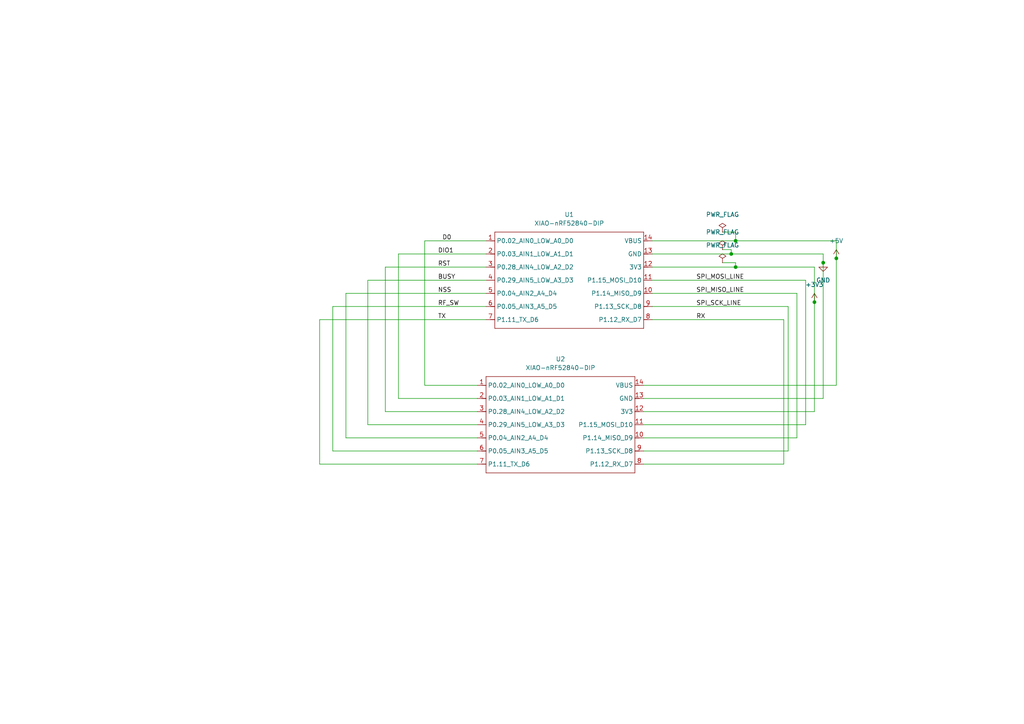
<source format=kicad_sch>
(kicad_sch
	(version 20250114)
	(generator "eeschema")
	(generator_version "9.0")
	(uuid "65674ae5-869f-422a-821a-8fb1b3ee6c60")
	(paper "A4")
	(lib_symbols
		(symbol "Seeed_Studio_XIAO_Series:XIAO-nRF52840-DIP"
			(exclude_from_sim no)
			(in_bom yes)
			(on_board yes)
			(property "Reference" "U"
				(at -3.048 1.778 0)
				(effects
					(font
						(size 1.27 1.27)
					)
				)
			)
			(property "Value" "XIAO-nRF52840-DIP"
				(at 3.048 -0.254 0)
				(effects
					(font
						(size 1.27 1.27)
					)
				)
			)
			(property "Footprint" "Module:MOUDLE14P-XIAO-DIP-SMD"
				(at 12.7 -30.734 0)
				(effects
					(font
						(size 1.27 1.27)
					)
					(hide yes)
				)
			)
			(property "Datasheet" ""
				(at -3.81 2.54 0)
				(effects
					(font
						(size 1.27 1.27)
					)
					(hide yes)
				)
			)
			(property "Description" ""
				(at -3.81 2.54 0)
				(effects
					(font
						(size 1.27 1.27)
					)
					(hide yes)
				)
			)
			(symbol "XIAO-nRF52840-DIP_1_0"
				(polyline
					(pts
						(xy -3.81 -1.27) (xy 39.37 -1.27)
					)
					(stroke
						(width 0.1524)
						(type solid)
					)
					(fill
						(type none)
					)
				)
				(polyline
					(pts
						(xy -3.81 -3.81) (xy -5.08 -3.81)
					)
					(stroke
						(width 0.1524)
						(type solid)
					)
					(fill
						(type none)
					)
				)
				(polyline
					(pts
						(xy -3.81 -3.81) (xy -3.81 -1.27)
					)
					(stroke
						(width 0.1524)
						(type solid)
					)
					(fill
						(type none)
					)
				)
				(polyline
					(pts
						(xy -3.81 -7.62) (xy -5.08 -7.62)
					)
					(stroke
						(width 0.1524)
						(type solid)
					)
					(fill
						(type none)
					)
				)
				(polyline
					(pts
						(xy -3.81 -7.62) (xy -3.81 -3.81)
					)
					(stroke
						(width 0.1524)
						(type solid)
					)
					(fill
						(type none)
					)
				)
				(polyline
					(pts
						(xy -3.81 -11.43) (xy -5.08 -11.43)
					)
					(stroke
						(width 0.1524)
						(type solid)
					)
					(fill
						(type none)
					)
				)
				(polyline
					(pts
						(xy -3.81 -11.43) (xy -3.81 -7.62)
					)
					(stroke
						(width 0.1524)
						(type solid)
					)
					(fill
						(type none)
					)
				)
				(polyline
					(pts
						(xy -3.81 -15.24) (xy -5.08 -15.24)
					)
					(stroke
						(width 0.1524)
						(type solid)
					)
					(fill
						(type none)
					)
				)
				(polyline
					(pts
						(xy -3.81 -15.24) (xy -3.81 -11.43)
					)
					(stroke
						(width 0.1524)
						(type solid)
					)
					(fill
						(type none)
					)
				)
				(polyline
					(pts
						(xy -3.81 -19.05) (xy -5.08 -19.05)
					)
					(stroke
						(width 0.1524)
						(type solid)
					)
					(fill
						(type none)
					)
				)
				(polyline
					(pts
						(xy -3.81 -22.86) (xy -5.08 -22.86)
					)
					(stroke
						(width 0.1524)
						(type solid)
					)
					(fill
						(type none)
					)
				)
				(polyline
					(pts
						(xy -3.81 -26.67) (xy -5.08 -26.67)
					)
					(stroke
						(width 0.1524)
						(type solid)
					)
					(fill
						(type none)
					)
				)
				(polyline
					(pts
						(xy -3.81 -29.21) (xy -3.81 -15.24)
					)
					(stroke
						(width 0.1524)
						(type solid)
					)
					(fill
						(type none)
					)
				)
				(polyline
					(pts
						(xy 39.37 -1.27) (xy 39.37 -3.81)
					)
					(stroke
						(width 0.1524)
						(type solid)
					)
					(fill
						(type none)
					)
				)
				(polyline
					(pts
						(xy 39.37 -3.81) (xy 39.37 -7.62)
					)
					(stroke
						(width 0.1524)
						(type solid)
					)
					(fill
						(type none)
					)
				)
				(polyline
					(pts
						(xy 39.37 -7.62) (xy 39.37 -11.43)
					)
					(stroke
						(width 0.1524)
						(type solid)
					)
					(fill
						(type none)
					)
				)
				(polyline
					(pts
						(xy 39.37 -11.43) (xy 39.37 -29.21)
					)
					(stroke
						(width 0.1524)
						(type solid)
					)
					(fill
						(type none)
					)
				)
				(polyline
					(pts
						(xy 39.37 -29.21) (xy -3.81 -29.21)
					)
					(stroke
						(width 0.1524)
						(type solid)
					)
					(fill
						(type none)
					)
				)
				(polyline
					(pts
						(xy 40.64 -3.81) (xy 39.37 -3.81)
					)
					(stroke
						(width 0.1524)
						(type solid)
					)
					(fill
						(type none)
					)
				)
				(polyline
					(pts
						(xy 40.64 -7.62) (xy 39.37 -7.62)
					)
					(stroke
						(width 0.1524)
						(type solid)
					)
					(fill
						(type none)
					)
				)
				(polyline
					(pts
						(xy 40.64 -11.43) (xy 39.37 -11.43)
					)
					(stroke
						(width 0.1524)
						(type solid)
					)
					(fill
						(type none)
					)
				)
				(polyline
					(pts
						(xy 40.64 -15.24) (xy 39.37 -15.24)
					)
					(stroke
						(width 0.1524)
						(type solid)
					)
					(fill
						(type none)
					)
				)
				(polyline
					(pts
						(xy 40.64 -19.05) (xy 39.37 -19.05)
					)
					(stroke
						(width 0.1524)
						(type solid)
					)
					(fill
						(type none)
					)
				)
				(polyline
					(pts
						(xy 40.64 -22.86) (xy 39.37 -22.86)
					)
					(stroke
						(width 0.1524)
						(type solid)
					)
					(fill
						(type none)
					)
				)
				(polyline
					(pts
						(xy 40.64 -26.67) (xy 39.37 -26.67)
					)
					(stroke
						(width 0.1524)
						(type solid)
					)
					(fill
						(type none)
					)
				)
				(pin passive line
					(at -6.35 -3.81 0)
					(length 2.54)
					(name "P0.02_AIN0_LOW_A0_D0"
						(effects
							(font
								(size 1.27 1.27)
							)
						)
					)
					(number "1"
						(effects
							(font
								(size 1.27 1.27)
							)
						)
					)
				)
				(pin passive line
					(at -6.35 -7.62 0)
					(length 2.54)
					(name "P0.03_AIN1_LOW_A1_D1"
						(effects
							(font
								(size 1.27 1.27)
							)
						)
					)
					(number "2"
						(effects
							(font
								(size 1.27 1.27)
							)
						)
					)
				)
				(pin passive line
					(at -6.35 -11.43 0)
					(length 2.54)
					(name "P0.28_AIN4_LOW_A2_D2"
						(effects
							(font
								(size 1.27 1.27)
							)
						)
					)
					(number "3"
						(effects
							(font
								(size 1.27 1.27)
							)
						)
					)
				)
				(pin passive line
					(at -6.35 -15.24 0)
					(length 2.54)
					(name "P0.29_AIN5_LOW_A3_D3"
						(effects
							(font
								(size 1.27 1.27)
							)
						)
					)
					(number "4"
						(effects
							(font
								(size 1.27 1.27)
							)
						)
					)
				)
				(pin passive line
					(at -6.35 -19.05 0)
					(length 2.54)
					(name "P0.04_AIN2_A4_D4"
						(effects
							(font
								(size 1.27 1.27)
							)
						)
					)
					(number "5"
						(effects
							(font
								(size 1.27 1.27)
							)
						)
					)
				)
				(pin passive line
					(at -6.35 -22.86 0)
					(length 2.54)
					(name "P0.05_AIN3_A5_D5"
						(effects
							(font
								(size 1.27 1.27)
							)
						)
					)
					(number "6"
						(effects
							(font
								(size 1.27 1.27)
							)
						)
					)
				)
				(pin passive line
					(at -6.35 -26.67 0)
					(length 2.54)
					(name "P1.11_TX_D6"
						(effects
							(font
								(size 1.27 1.27)
							)
						)
					)
					(number "7"
						(effects
							(font
								(size 1.27 1.27)
							)
						)
					)
				)
				(pin passive line
					(at 41.91 -3.81 180)
					(length 2.54)
					(name "VBUS"
						(effects
							(font
								(size 1.27 1.27)
							)
						)
					)
					(number "14"
						(effects
							(font
								(size 1.27 1.27)
							)
						)
					)
				)
				(pin passive line
					(at 41.91 -7.62 180)
					(length 2.54)
					(name "GND"
						(effects
							(font
								(size 1.27 1.27)
							)
						)
					)
					(number "13"
						(effects
							(font
								(size 1.27 1.27)
							)
						)
					)
				)
				(pin passive line
					(at 41.91 -11.43 180)
					(length 2.54)
					(name "3V3"
						(effects
							(font
								(size 1.27 1.27)
							)
						)
					)
					(number "12"
						(effects
							(font
								(size 1.27 1.27)
							)
						)
					)
				)
				(pin passive line
					(at 41.91 -15.24 180)
					(length 2.54)
					(name "P1.15_MOSI_D10"
						(effects
							(font
								(size 1.27 1.27)
							)
						)
					)
					(number "11"
						(effects
							(font
								(size 1.27 1.27)
							)
						)
					)
				)
				(pin passive line
					(at 41.91 -19.05 180)
					(length 2.54)
					(name "P1.14_MISO_D9"
						(effects
							(font
								(size 1.27 1.27)
							)
						)
					)
					(number "10"
						(effects
							(font
								(size 1.27 1.27)
							)
						)
					)
				)
				(pin passive line
					(at 41.91 -22.86 180)
					(length 2.54)
					(name "P1.13_SCK_D8"
						(effects
							(font
								(size 1.27 1.27)
							)
						)
					)
					(number "9"
						(effects
							(font
								(size 1.27 1.27)
							)
						)
					)
				)
				(pin passive line
					(at 41.91 -26.67 180)
					(length 2.54)
					(name "P1.12_RX_D7"
						(effects
							(font
								(size 1.27 1.27)
							)
						)
					)
					(number "8"
						(effects
							(font
								(size 1.27 1.27)
							)
						)
					)
				)
			)
			(embedded_fonts no)
		)
		(symbol "power:+3V3"
			(power)
			(pin_numbers
				(hide yes)
			)
			(pin_names
				(offset 0)
				(hide yes)
			)
			(exclude_from_sim no)
			(in_bom yes)
			(on_board yes)
			(property "Reference" "#PWR"
				(at 0 -3.81 0)
				(effects
					(font
						(size 1.27 1.27)
					)
					(hide yes)
				)
			)
			(property "Value" "+3V3"
				(at 0 3.556 0)
				(effects
					(font
						(size 1.27 1.27)
					)
				)
			)
			(property "Footprint" ""
				(at 0 0 0)
				(effects
					(font
						(size 1.27 1.27)
					)
					(hide yes)
				)
			)
			(property "Datasheet" ""
				(at 0 0 0)
				(effects
					(font
						(size 1.27 1.27)
					)
					(hide yes)
				)
			)
			(property "Description" "Power symbol creates a global label with name \"+3V3\""
				(at 0 0 0)
				(effects
					(font
						(size 1.27 1.27)
					)
					(hide yes)
				)
			)
			(property "ki_keywords" "global power"
				(at 0 0 0)
				(effects
					(font
						(size 1.27 1.27)
					)
					(hide yes)
				)
			)
			(symbol "+3V3_0_1"
				(polyline
					(pts
						(xy -0.762 1.27) (xy 0 2.54)
					)
					(stroke
						(width 0)
						(type default)
					)
					(fill
						(type none)
					)
				)
				(polyline
					(pts
						(xy 0 2.54) (xy 0.762 1.27)
					)
					(stroke
						(width 0)
						(type default)
					)
					(fill
						(type none)
					)
				)
				(polyline
					(pts
						(xy 0 0) (xy 0 2.54)
					)
					(stroke
						(width 0)
						(type default)
					)
					(fill
						(type none)
					)
				)
			)
			(symbol "+3V3_1_1"
				(pin power_in line
					(at 0 0 90)
					(length 0)
					(name "~"
						(effects
							(font
								(size 1.27 1.27)
							)
						)
					)
					(number "1"
						(effects
							(font
								(size 1.27 1.27)
							)
						)
					)
				)
			)
			(embedded_fonts no)
		)
		(symbol "power:+5V"
			(power)
			(pin_numbers
				(hide yes)
			)
			(pin_names
				(offset 0)
				(hide yes)
			)
			(exclude_from_sim no)
			(in_bom yes)
			(on_board yes)
			(property "Reference" "#PWR"
				(at 0 -3.81 0)
				(effects
					(font
						(size 1.27 1.27)
					)
					(hide yes)
				)
			)
			(property "Value" "+5V"
				(at 0 3.556 0)
				(effects
					(font
						(size 1.27 1.27)
					)
				)
			)
			(property "Footprint" ""
				(at 0 0 0)
				(effects
					(font
						(size 1.27 1.27)
					)
					(hide yes)
				)
			)
			(property "Datasheet" ""
				(at 0 0 0)
				(effects
					(font
						(size 1.27 1.27)
					)
					(hide yes)
				)
			)
			(property "Description" "Power symbol creates a global label with name \"+5V\""
				(at 0 0 0)
				(effects
					(font
						(size 1.27 1.27)
					)
					(hide yes)
				)
			)
			(property "ki_keywords" "global power"
				(at 0 0 0)
				(effects
					(font
						(size 1.27 1.27)
					)
					(hide yes)
				)
			)
			(symbol "+5V_0_1"
				(polyline
					(pts
						(xy -0.762 1.27) (xy 0 2.54)
					)
					(stroke
						(width 0)
						(type default)
					)
					(fill
						(type none)
					)
				)
				(polyline
					(pts
						(xy 0 2.54) (xy 0.762 1.27)
					)
					(stroke
						(width 0)
						(type default)
					)
					(fill
						(type none)
					)
				)
				(polyline
					(pts
						(xy 0 0) (xy 0 2.54)
					)
					(stroke
						(width 0)
						(type default)
					)
					(fill
						(type none)
					)
				)
			)
			(symbol "+5V_1_1"
				(pin power_in line
					(at 0 0 90)
					(length 0)
					(name "~"
						(effects
							(font
								(size 1.27 1.27)
							)
						)
					)
					(number "1"
						(effects
							(font
								(size 1.27 1.27)
							)
						)
					)
				)
			)
			(embedded_fonts no)
		)
		(symbol "power:GND"
			(power)
			(pin_numbers
				(hide yes)
			)
			(pin_names
				(offset 0)
				(hide yes)
			)
			(exclude_from_sim no)
			(in_bom yes)
			(on_board yes)
			(property "Reference" "#PWR"
				(at 0 -6.35 0)
				(effects
					(font
						(size 1.27 1.27)
					)
					(hide yes)
				)
			)
			(property "Value" "GND"
				(at 0 -3.81 0)
				(effects
					(font
						(size 1.27 1.27)
					)
				)
			)
			(property "Footprint" ""
				(at 0 0 0)
				(effects
					(font
						(size 1.27 1.27)
					)
					(hide yes)
				)
			)
			(property "Datasheet" ""
				(at 0 0 0)
				(effects
					(font
						(size 1.27 1.27)
					)
					(hide yes)
				)
			)
			(property "Description" "Power symbol creates a global label with name \"GND\" , ground"
				(at 0 0 0)
				(effects
					(font
						(size 1.27 1.27)
					)
					(hide yes)
				)
			)
			(property "ki_keywords" "global power"
				(at 0 0 0)
				(effects
					(font
						(size 1.27 1.27)
					)
					(hide yes)
				)
			)
			(symbol "GND_0_1"
				(polyline
					(pts
						(xy 0 0) (xy 0 -1.27) (xy 1.27 -1.27) (xy 0 -2.54) (xy -1.27 -1.27) (xy 0 -1.27)
					)
					(stroke
						(width 0)
						(type default)
					)
					(fill
						(type none)
					)
				)
			)
			(symbol "GND_1_1"
				(pin power_in line
					(at 0 0 270)
					(length 0)
					(name "~"
						(effects
							(font
								(size 1.27 1.27)
							)
						)
					)
					(number "1"
						(effects
							(font
								(size 1.27 1.27)
							)
						)
					)
				)
			)
			(embedded_fonts no)
		)
		(symbol "power:PWR_FLAG"
			(power)
			(pin_numbers
				(hide yes)
			)
			(pin_names
				(offset 0)
				(hide yes)
			)
			(exclude_from_sim no)
			(in_bom yes)
			(on_board yes)
			(property "Reference" "#FLG"
				(at 0 1.905 0)
				(effects
					(font
						(size 1.27 1.27)
					)
					(hide yes)
				)
			)
			(property "Value" "PWR_FLAG"
				(at 0 3.81 0)
				(effects
					(font
						(size 1.27 1.27)
					)
				)
			)
			(property "Footprint" ""
				(at 0 0 0)
				(effects
					(font
						(size 1.27 1.27)
					)
					(hide yes)
				)
			)
			(property "Datasheet" "~"
				(at 0 0 0)
				(effects
					(font
						(size 1.27 1.27)
					)
					(hide yes)
				)
			)
			(property "Description" "Special symbol for telling ERC where power comes from"
				(at 0 0 0)
				(effects
					(font
						(size 1.27 1.27)
					)
					(hide yes)
				)
			)
			(property "ki_keywords" "flag power"
				(at 0 0 0)
				(effects
					(font
						(size 1.27 1.27)
					)
					(hide yes)
				)
			)
			(symbol "PWR_FLAG_0_0"
				(pin power_out line
					(at 0 0 90)
					(length 0)
					(name "~"
						(effects
							(font
								(size 1.27 1.27)
							)
						)
					)
					(number "1"
						(effects
							(font
								(size 1.27 1.27)
							)
						)
					)
				)
			)
			(symbol "PWR_FLAG_0_1"
				(polyline
					(pts
						(xy 0 0) (xy 0 1.27) (xy -1.016 1.905) (xy 0 2.54) (xy 1.016 1.905) (xy 0 1.27)
					)
					(stroke
						(width 0)
						(type default)
					)
					(fill
						(type none)
					)
				)
			)
			(embedded_fonts no)
		)
	)
	(junction
		(at 236.22 87.63)
		(diameter 0)
		(color 0 0 0 0)
		(uuid "301bc91b-fde3-4f1a-8003-398565f5fd2c")
	)
	(junction
		(at 213.36 77.47)
		(diameter 0)
		(color 0 0 0 0)
		(uuid "86a8404b-647a-465e-beb6-07156e5eca27")
	)
	(junction
		(at 238.76 76.2)
		(diameter 0)
		(color 0 0 0 0)
		(uuid "aa6b43c6-bb5c-4b83-b95b-619eab161c65")
	)
	(junction
		(at 213.36 69.85)
		(diameter 0)
		(color 0 0 0 0)
		(uuid "d400f308-94f6-4618-8ed2-7e3b0d534bca")
	)
	(junction
		(at 212.09 73.66)
		(diameter 0)
		(color 0 0 0 0)
		(uuid "eeccb2e1-c8a9-4910-8097-1326641bbfd9")
	)
	(junction
		(at 242.57 74.93)
		(diameter 0)
		(color 0 0 0 0)
		(uuid "f5713bd8-923f-4092-ab26-2bd10eef47f1")
	)
	(wire
		(pts
			(xy 140.97 85.09) (xy 100.33 85.09)
		)
		(stroke
			(width 0)
			(type default)
		)
		(uuid "0048ce55-9b6b-4690-87d2-5b7a59213d88")
	)
	(wire
		(pts
			(xy 238.76 76.2) (xy 238.76 115.57)
		)
		(stroke
			(width 0)
			(type default)
		)
		(uuid "02cfe828-f2ac-417e-94ce-8465e1227e97")
	)
	(wire
		(pts
			(xy 92.71 92.71) (xy 92.71 134.62)
		)
		(stroke
			(width 0)
			(type default)
		)
		(uuid "03b775fe-bc4c-4a2e-a940-9e3189a8e35a")
	)
	(wire
		(pts
			(xy 96.52 130.81) (xy 138.43 130.81)
		)
		(stroke
			(width 0)
			(type default)
		)
		(uuid "080de2fb-eb15-41bf-a62f-574cffee7ff6")
	)
	(wire
		(pts
			(xy 115.57 115.57) (xy 138.43 115.57)
		)
		(stroke
			(width 0)
			(type default)
		)
		(uuid "0c0ccef6-4925-4eab-b93a-270f8117ff2e")
	)
	(wire
		(pts
			(xy 213.36 69.85) (xy 242.57 69.85)
		)
		(stroke
			(width 0)
			(type default)
		)
		(uuid "0ca84bc2-33cd-467d-b0ab-3fd8f94e6332")
	)
	(wire
		(pts
			(xy 140.97 81.28) (xy 106.68 81.28)
		)
		(stroke
			(width 0)
			(type default)
		)
		(uuid "118ddf85-0de0-4d58-bc3e-b0616718d448")
	)
	(wire
		(pts
			(xy 189.23 85.09) (xy 231.14 85.09)
		)
		(stroke
			(width 0)
			(type default)
		)
		(uuid "1448a4b4-5310-4054-a06f-6d0382554cc3")
	)
	(wire
		(pts
			(xy 106.68 81.28) (xy 106.68 123.19)
		)
		(stroke
			(width 0)
			(type default)
		)
		(uuid "14794e09-8dbc-44b6-bd27-e8bf5bfc5677")
	)
	(wire
		(pts
			(xy 111.76 77.47) (xy 111.76 119.38)
		)
		(stroke
			(width 0)
			(type default)
		)
		(uuid "20eed93f-df53-49b1-872e-5ddb736da755")
	)
	(wire
		(pts
			(xy 111.76 119.38) (xy 138.43 119.38)
		)
		(stroke
			(width 0)
			(type default)
		)
		(uuid "2160f372-db1f-44c9-94e9-9304144ee87e")
	)
	(wire
		(pts
			(xy 140.97 88.9) (xy 96.52 88.9)
		)
		(stroke
			(width 0)
			(type default)
		)
		(uuid "39f59941-f0ba-4b3c-9bf2-1b8825070c74")
	)
	(wire
		(pts
			(xy 189.23 81.28) (xy 233.68 81.28)
		)
		(stroke
			(width 0)
			(type default)
		)
		(uuid "3b02f452-4147-4a25-ab18-61e1f24d1224")
	)
	(wire
		(pts
			(xy 115.57 73.66) (xy 140.97 73.66)
		)
		(stroke
			(width 0)
			(type default)
		)
		(uuid "3b0e2471-ac62-47e1-9029-de3a7af73a64")
	)
	(wire
		(pts
			(xy 189.23 77.47) (xy 213.36 77.47)
		)
		(stroke
			(width 0)
			(type default)
		)
		(uuid "3c6d47f5-b8f3-45c8-86ed-2fca9897802c")
	)
	(wire
		(pts
			(xy 236.22 119.38) (xy 186.69 119.38)
		)
		(stroke
			(width 0)
			(type default)
		)
		(uuid "404da319-5e3e-4e8d-b6c8-19eae27ce95a")
	)
	(wire
		(pts
			(xy 189.23 92.71) (xy 227.33 92.71)
		)
		(stroke
			(width 0)
			(type default)
		)
		(uuid "4b039811-ac17-4d15-852e-afc3576069af")
	)
	(wire
		(pts
			(xy 189.23 73.66) (xy 212.09 73.66)
		)
		(stroke
			(width 0)
			(type default)
		)
		(uuid "4dfb1f36-b24e-45e1-acba-bdb8f5e306cb")
	)
	(wire
		(pts
			(xy 242.57 111.76) (xy 186.69 111.76)
		)
		(stroke
			(width 0)
			(type default)
		)
		(uuid "5583a183-01bd-4804-837e-6067633fff09")
	)
	(wire
		(pts
			(xy 209.55 76.2) (xy 213.36 76.2)
		)
		(stroke
			(width 0)
			(type default)
		)
		(uuid "5b6da505-9976-4e21-a324-df96e80e054a")
	)
	(wire
		(pts
			(xy 123.19 69.85) (xy 123.19 111.76)
		)
		(stroke
			(width 0)
			(type default)
		)
		(uuid "5b8d5889-5126-44cb-9757-7df9f5a89eec")
	)
	(wire
		(pts
			(xy 238.76 115.57) (xy 186.69 115.57)
		)
		(stroke
			(width 0)
			(type default)
		)
		(uuid "63ebc596-3d7e-44a2-81cd-94fc5f29b02e")
	)
	(wire
		(pts
			(xy 123.19 111.76) (xy 138.43 111.76)
		)
		(stroke
			(width 0)
			(type default)
		)
		(uuid "715d1938-d085-4714-aeb1-ca6c9de9d0c7")
	)
	(wire
		(pts
			(xy 242.57 69.85) (xy 242.57 74.93)
		)
		(stroke
			(width 0)
			(type default)
		)
		(uuid "741bfa56-d696-411b-84a6-7c9c8290f17f")
	)
	(wire
		(pts
			(xy 106.68 123.19) (xy 138.43 123.19)
		)
		(stroke
			(width 0)
			(type default)
		)
		(uuid "7744a107-13e1-4866-8d26-2e0ae2636827")
	)
	(wire
		(pts
			(xy 231.14 127) (xy 186.69 127)
		)
		(stroke
			(width 0)
			(type default)
		)
		(uuid "7c3624a9-6d4d-42c0-8d61-4ef474e8b056")
	)
	(wire
		(pts
			(xy 115.57 73.66) (xy 115.57 115.57)
		)
		(stroke
			(width 0)
			(type default)
		)
		(uuid "80535a97-71ca-4ed1-ab34-e44fb27e2722")
	)
	(wire
		(pts
			(xy 189.23 69.85) (xy 213.36 69.85)
		)
		(stroke
			(width 0)
			(type default)
		)
		(uuid "8a6af60d-ed99-48d8-92a2-ecbc1b46650c")
	)
	(wire
		(pts
			(xy 189.23 88.9) (xy 228.6 88.9)
		)
		(stroke
			(width 0)
			(type default)
		)
		(uuid "8bf7afbb-3d91-48cf-8ef6-f099e52a4863")
	)
	(wire
		(pts
			(xy 228.6 88.9) (xy 228.6 130.81)
		)
		(stroke
			(width 0)
			(type default)
		)
		(uuid "a6060bd5-8b9e-43d2-ab1a-a1d4b24c1d8d")
	)
	(wire
		(pts
			(xy 209.55 67.31) (xy 213.36 67.31)
		)
		(stroke
			(width 0)
			(type default)
		)
		(uuid "aa4a520c-bbde-4a3a-ab82-14b5256032ec")
	)
	(wire
		(pts
			(xy 212.09 72.39) (xy 212.09 73.66)
		)
		(stroke
			(width 0)
			(type default)
		)
		(uuid "abccee44-985e-4343-804b-3920c4997328")
	)
	(wire
		(pts
			(xy 140.97 92.71) (xy 92.71 92.71)
		)
		(stroke
			(width 0)
			(type default)
		)
		(uuid "ac556d96-57bb-43a9-b66e-1217c974342d")
	)
	(wire
		(pts
			(xy 236.22 77.47) (xy 236.22 87.63)
		)
		(stroke
			(width 0)
			(type default)
		)
		(uuid "adfe2f19-479f-4d88-af64-fbe711d85ce2")
	)
	(wire
		(pts
			(xy 227.33 134.62) (xy 186.69 134.62)
		)
		(stroke
			(width 0)
			(type default)
		)
		(uuid "b01d4bd5-e5cc-4a67-80ba-ee94dcabcace")
	)
	(wire
		(pts
			(xy 242.57 74.93) (xy 242.57 111.76)
		)
		(stroke
			(width 0)
			(type default)
		)
		(uuid "b72757b1-c4fb-43df-b8ca-54b1fa2e8e1d")
	)
	(wire
		(pts
			(xy 140.97 77.47) (xy 111.76 77.47)
		)
		(stroke
			(width 0)
			(type default)
		)
		(uuid "b9e40124-8d78-40c6-9138-d76965ef20eb")
	)
	(wire
		(pts
			(xy 96.52 88.9) (xy 96.52 130.81)
		)
		(stroke
			(width 0)
			(type default)
		)
		(uuid "c0181892-5e94-49d5-b76a-b7f78cace285")
	)
	(wire
		(pts
			(xy 213.36 76.2) (xy 213.36 77.47)
		)
		(stroke
			(width 0)
			(type default)
		)
		(uuid "c3bc2580-38c9-4d38-a1f1-b70ff013bdac")
	)
	(wire
		(pts
			(xy 227.33 92.71) (xy 227.33 134.62)
		)
		(stroke
			(width 0)
			(type default)
		)
		(uuid "c3bee5c1-b041-4dd1-964f-95cf1cfb132f")
	)
	(wire
		(pts
			(xy 92.71 134.62) (xy 138.43 134.62)
		)
		(stroke
			(width 0)
			(type default)
		)
		(uuid "c3e37897-577c-4b80-b131-577d18fffd9a")
	)
	(wire
		(pts
			(xy 228.6 130.81) (xy 186.69 130.81)
		)
		(stroke
			(width 0)
			(type default)
		)
		(uuid "c75ca8c0-876d-4d90-99f8-d100ddfe8863")
	)
	(wire
		(pts
			(xy 140.97 69.85) (xy 123.19 69.85)
		)
		(stroke
			(width 0)
			(type default)
		)
		(uuid "ced3f45a-eb48-41d8-95f1-0a9a25c1d3a7")
	)
	(wire
		(pts
			(xy 212.09 73.66) (xy 238.76 73.66)
		)
		(stroke
			(width 0)
			(type default)
		)
		(uuid "cfaa98dc-85c9-4b16-bf99-114de5ce65ed")
	)
	(wire
		(pts
			(xy 233.68 123.19) (xy 186.69 123.19)
		)
		(stroke
			(width 0)
			(type default)
		)
		(uuid "d8f5000c-b496-4bf7-b6e0-bbac4d3f467e")
	)
	(wire
		(pts
			(xy 231.14 85.09) (xy 231.14 127)
		)
		(stroke
			(width 0)
			(type default)
		)
		(uuid "e250de1b-5e49-4918-8227-9fd327501493")
	)
	(wire
		(pts
			(xy 100.33 85.09) (xy 100.33 127)
		)
		(stroke
			(width 0)
			(type default)
		)
		(uuid "e791c2a9-411d-4ebf-87fb-eb89083db462")
	)
	(wire
		(pts
			(xy 100.33 127) (xy 138.43 127)
		)
		(stroke
			(width 0)
			(type default)
		)
		(uuid "efb3fe41-6e22-4d0d-82d0-bb511822d4b2")
	)
	(wire
		(pts
			(xy 238.76 73.66) (xy 238.76 76.2)
		)
		(stroke
			(width 0)
			(type default)
		)
		(uuid "f406c1f1-d219-4d41-9b6b-016b9dd368d9")
	)
	(wire
		(pts
			(xy 233.68 81.28) (xy 233.68 123.19)
		)
		(stroke
			(width 0)
			(type default)
		)
		(uuid "f43927be-9282-434c-bd84-4b47bb8c3c18")
	)
	(wire
		(pts
			(xy 209.55 72.39) (xy 212.09 72.39)
		)
		(stroke
			(width 0)
			(type default)
		)
		(uuid "f4a6fd07-c60b-4a72-8ad8-16aeabe255cc")
	)
	(wire
		(pts
			(xy 236.22 87.63) (xy 236.22 119.38)
		)
		(stroke
			(width 0)
			(type default)
		)
		(uuid "fa7d69ff-5e8a-4a02-af13-5d20b7aadaa5")
	)
	(wire
		(pts
			(xy 213.36 77.47) (xy 236.22 77.47)
		)
		(stroke
			(width 0)
			(type default)
		)
		(uuid "fe109742-0669-4027-b7aa-a34c1665d834")
	)
	(wire
		(pts
			(xy 213.36 67.31) (xy 213.36 69.85)
		)
		(stroke
			(width 0)
			(type default)
		)
		(uuid "fe545223-00d3-449b-b1bf-ab09fef8b9dd")
	)
	(label "RX"
		(at 201.93 92.71 0)
		(effects
			(font
				(size 1.27 1.27)
			)
			(justify left bottom)
		)
		(uuid "0068abc7-b651-4e56-b34b-b7bb2dd59d39")
	)
	(label "SPI_MOSI_LINE"
		(at 201.93 81.28 0)
		(effects
			(font
				(size 1.27 1.27)
			)
			(justify left bottom)
		)
		(uuid "3cc6d27f-1e42-4cdd-88f6-b6bee0de4c33")
	)
	(label "DIO1"
		(at 127 73.66 0)
		(effects
			(font
				(size 1.27 1.27)
			)
			(justify left bottom)
		)
		(uuid "4e1df987-d807-49f7-a4e6-989bdb6cfc82")
	)
	(label "SPI_MISO_LINE"
		(at 201.93 85.09 0)
		(effects
			(font
				(size 1.27 1.27)
			)
			(justify left bottom)
		)
		(uuid "5aa9232a-1498-4fdd-90d2-be8b8137e06d")
	)
	(label "TX"
		(at 127 92.71 0)
		(effects
			(font
				(size 1.27 1.27)
			)
			(justify left bottom)
		)
		(uuid "7621fde0-57c6-41d3-85eb-d423f84fab9d")
	)
	(label "RST"
		(at 127 77.47 0)
		(effects
			(font
				(size 1.27 1.27)
			)
			(justify left bottom)
		)
		(uuid "997814b7-ab31-42a9-9e37-3d9f4197bc0e")
	)
	(label "D0"
		(at 128.27 69.85 0)
		(effects
			(font
				(size 1.27 1.27)
			)
			(justify left bottom)
		)
		(uuid "9b3648c7-cefb-4385-b5e9-29866ad24936")
	)
	(label "SPI_SCK_LINE"
		(at 201.93 88.9 0)
		(effects
			(font
				(size 1.27 1.27)
			)
			(justify left bottom)
		)
		(uuid "9f531a8d-990f-45ef-acd8-6504cef8b749")
	)
	(label "NSS"
		(at 127 85.09 0)
		(effects
			(font
				(size 1.27 1.27)
			)
			(justify left bottom)
		)
		(uuid "a1a39d8b-e626-41cc-a628-7345e886bf6e")
	)
	(label "BUSY"
		(at 127 81.28 0)
		(effects
			(font
				(size 1.27 1.27)
			)
			(justify left bottom)
		)
		(uuid "b8be08ea-97a3-480f-8db9-105334374573")
	)
	(label "RF_SW"
		(at 127 88.9 0)
		(effects
			(font
				(size 1.27 1.27)
			)
			(justify left bottom)
		)
		(uuid "b9ae9c26-4583-43db-8588-86371ad40540")
	)
	(symbol
		(lib_id "Seeed_Studio_XIAO_Series:XIAO-nRF52840-DIP")
		(at 144.78 107.95 0)
		(unit 1)
		(exclude_from_sim no)
		(in_bom yes)
		(on_board yes)
		(dnp no)
		(fields_autoplaced yes)
		(uuid "0e4e0195-e709-4069-a014-980056cc0207")
		(property "Reference" "U2"
			(at 162.56 104.14 0)
			(effects
				(font
					(size 1.27 1.27)
				)
			)
		)
		(property "Value" "XIAO-nRF52840-DIP"
			(at 162.56 106.68 0)
			(effects
				(font
					(size 1.27 1.27)
				)
			)
		)
		(property "Footprint" "Module:MOUDLE14P-XIAO-DIP-SMD"
			(at 157.48 138.684 0)
			(effects
				(font
					(size 1.27 1.27)
				)
				(hide yes)
			)
		)
		(property "Datasheet" ""
			(at 140.97 105.41 0)
			(effects
				(font
					(size 1.27 1.27)
				)
				(hide yes)
			)
		)
		(property "Description" ""
			(at 140.97 105.41 0)
			(effects
				(font
					(size 1.27 1.27)
				)
				(hide yes)
			)
		)
		(pin "13"
			(uuid "9fa23924-f55e-4b49-acec-a19e87647417")
		)
		(pin "5"
			(uuid "fb936bbb-bbc2-466e-81fd-5eda4d00939c")
		)
		(pin "7"
			(uuid "1ca8f0ea-d353-4b57-9e76-fb071b590650")
		)
		(pin "14"
			(uuid "76091265-b87d-48a6-91a5-9f36b3f74762")
		)
		(pin "1"
			(uuid "50e2cf7c-1ccf-42b0-8d2f-d143dd48b927")
		)
		(pin "4"
			(uuid "67c23b73-2ed9-4bf7-839e-5dabe139461a")
		)
		(pin "6"
			(uuid "e3a1d7f8-c12a-4592-be13-e7442b36e703")
		)
		(pin "11"
			(uuid "79dd3be6-dba5-4ea1-a811-33e65f81d56d")
		)
		(pin "10"
			(uuid "98b435ac-59bb-4538-9694-0b5ea7752cdf")
		)
		(pin "3"
			(uuid "4b62369d-a100-475a-ad10-f548415238a2")
		)
		(pin "12"
			(uuid "72bf7daa-21ac-424c-9a51-9462b7d76e93")
		)
		(pin "8"
			(uuid "8bb21f45-b612-4ee1-8144-c114b40585b8")
		)
		(pin "2"
			(uuid "867dff7d-0e27-47ad-bb64-eb34289897c7")
		)
		(pin "9"
			(uuid "3bdfed94-a39a-47aa-9350-751bb4af8617")
		)
		(instances
			(project ""
				(path "/65674ae5-869f-422a-821a-8fb1b3ee6c60"
					(reference "U2")
					(unit 1)
				)
			)
		)
	)
	(symbol
		(lib_id "power:+3V3")
		(at 236.22 87.63 0)
		(unit 1)
		(exclude_from_sim no)
		(in_bom yes)
		(on_board yes)
		(dnp no)
		(fields_autoplaced yes)
		(uuid "54e4f05f-a463-4632-8a3f-0264a7bf51b3")
		(property "Reference" "#PWR02"
			(at 236.22 91.44 0)
			(effects
				(font
					(size 1.27 1.27)
				)
				(hide yes)
			)
		)
		(property "Value" "+3V3"
			(at 236.22 82.55 0)
			(effects
				(font
					(size 1.27 1.27)
				)
			)
		)
		(property "Footprint" ""
			(at 236.22 87.63 0)
			(effects
				(font
					(size 1.27 1.27)
				)
				(hide yes)
			)
		)
		(property "Datasheet" ""
			(at 236.22 87.63 0)
			(effects
				(font
					(size 1.27 1.27)
				)
				(hide yes)
			)
		)
		(property "Description" "Power symbol creates a global label with name \"+3V3\""
			(at 236.22 87.63 0)
			(effects
				(font
					(size 1.27 1.27)
				)
				(hide yes)
			)
		)
		(pin "1"
			(uuid "73fb30f3-2162-48f5-a579-aed60e4d29e8")
		)
		(instances
			(project ""
				(path "/65674ae5-869f-422a-821a-8fb1b3ee6c60"
					(reference "#PWR02")
					(unit 1)
				)
			)
		)
	)
	(symbol
		(lib_id "power:PWR_FLAG")
		(at 209.55 67.31 0)
		(unit 1)
		(exclude_from_sim no)
		(in_bom yes)
		(on_board yes)
		(dnp no)
		(fields_autoplaced yes)
		(uuid "5ae9d5fb-be3c-4f6f-b243-d2abcfc6575a")
		(property "Reference" "#FLG01"
			(at 209.55 65.405 0)
			(effects
				(font
					(size 1.27 1.27)
				)
				(hide yes)
			)
		)
		(property "Value" "PWR_FLAG"
			(at 209.55 62.23 0)
			(effects
				(font
					(size 1.27 1.27)
				)
			)
		)
		(property "Footprint" ""
			(at 209.55 67.31 0)
			(effects
				(font
					(size 1.27 1.27)
				)
				(hide yes)
			)
		)
		(property "Datasheet" "~"
			(at 209.55 67.31 0)
			(effects
				(font
					(size 1.27 1.27)
				)
				(hide yes)
			)
		)
		(property "Description" "Special symbol for telling ERC where power comes from"
			(at 209.55 67.31 0)
			(effects
				(font
					(size 1.27 1.27)
				)
				(hide yes)
			)
		)
		(pin "1"
			(uuid "8b3f86c5-e082-4f55-bc8c-34c0f429bf68")
		)
		(instances
			(project ""
				(path "/65674ae5-869f-422a-821a-8fb1b3ee6c60"
					(reference "#FLG01")
					(unit 1)
				)
			)
		)
	)
	(symbol
		(lib_id "power:PWR_FLAG")
		(at 209.55 76.2 0)
		(unit 1)
		(exclude_from_sim no)
		(in_bom yes)
		(on_board yes)
		(dnp no)
		(fields_autoplaced yes)
		(uuid "6c42a5c5-c0fe-43c5-ba6e-18c97e24f252")
		(property "Reference" "#FLG03"
			(at 209.55 74.295 0)
			(effects
				(font
					(size 1.27 1.27)
				)
				(hide yes)
			)
		)
		(property "Value" "PWR_FLAG"
			(at 209.55 71.12 0)
			(effects
				(font
					(size 1.27 1.27)
				)
			)
		)
		(property "Footprint" ""
			(at 209.55 76.2 0)
			(effects
				(font
					(size 1.27 1.27)
				)
				(hide yes)
			)
		)
		(property "Datasheet" "~"
			(at 209.55 76.2 0)
			(effects
				(font
					(size 1.27 1.27)
				)
				(hide yes)
			)
		)
		(property "Description" "Special symbol for telling ERC where power comes from"
			(at 209.55 76.2 0)
			(effects
				(font
					(size 1.27 1.27)
				)
				(hide yes)
			)
		)
		(pin "1"
			(uuid "a897464f-808b-4a7c-a34b-9b4773e7fa45")
		)
		(instances
			(project "MagMesh"
				(path "/65674ae5-869f-422a-821a-8fb1b3ee6c60"
					(reference "#FLG03")
					(unit 1)
				)
			)
		)
	)
	(symbol
		(lib_id "Seeed_Studio_XIAO_Series:XIAO-nRF52840-DIP")
		(at 147.32 66.04 0)
		(unit 1)
		(exclude_from_sim no)
		(in_bom yes)
		(on_board yes)
		(dnp no)
		(fields_autoplaced yes)
		(uuid "78676b7c-5cce-46ec-80f3-fe0eddaabdf7")
		(property "Reference" "U1"
			(at 165.1 62.23 0)
			(effects
				(font
					(size 1.27 1.27)
				)
			)
		)
		(property "Value" "XIAO-nRF52840-DIP"
			(at 165.1 64.77 0)
			(effects
				(font
					(size 1.27 1.27)
				)
			)
		)
		(property "Footprint" "Module:MOUDLE14P-XIAO-DIP-SMD"
			(at 160.02 96.774 0)
			(effects
				(font
					(size 1.27 1.27)
				)
				(hide yes)
			)
		)
		(property "Datasheet" ""
			(at 143.51 63.5 0)
			(effects
				(font
					(size 1.27 1.27)
				)
				(hide yes)
			)
		)
		(property "Description" ""
			(at 143.51 63.5 0)
			(effects
				(font
					(size 1.27 1.27)
				)
				(hide yes)
			)
		)
		(pin "7"
			(uuid "ac0d7e49-7385-4842-a455-d3dfd024cc91")
		)
		(pin "4"
			(uuid "69f3955e-a4e8-450b-865d-74c99d3e6e1a")
		)
		(pin "10"
			(uuid "fced9b55-67d7-4403-98a2-39e1aba38e3f")
		)
		(pin "13"
			(uuid "f61878a1-64f8-49d4-95e9-6715bfc18740")
		)
		(pin "9"
			(uuid "8dc7ca88-740f-4870-ba25-073b4f582d21")
		)
		(pin "1"
			(uuid "a238ecd2-509e-47ee-a04c-88209f07b2b2")
		)
		(pin "2"
			(uuid "ab55a0ed-e5fa-4062-b978-2b6d042ce775")
		)
		(pin "3"
			(uuid "aa77c2f7-b121-4bab-b3f1-37c318d8c7d6")
		)
		(pin "6"
			(uuid "b7c703ac-4022-41ab-b654-be8d68b7050d")
		)
		(pin "12"
			(uuid "b113d957-4d19-4a24-8a3c-9851d53ba99e")
		)
		(pin "5"
			(uuid "3fa04e2f-928d-4738-bcdf-a4fa28e4683d")
		)
		(pin "8"
			(uuid "33aa9db2-6108-4bf6-a6aa-993d2c4dd308")
		)
		(pin "11"
			(uuid "e04f7e2e-8990-4ca3-889c-9d645f516a17")
		)
		(pin "14"
			(uuid "bc165f10-8383-412a-afb3-ee37b1ab64bc")
		)
		(instances
			(project ""
				(path "/65674ae5-869f-422a-821a-8fb1b3ee6c60"
					(reference "U1")
					(unit 1)
				)
			)
		)
	)
	(symbol
		(lib_id "power:+5V")
		(at 242.57 74.93 0)
		(unit 1)
		(exclude_from_sim no)
		(in_bom yes)
		(on_board yes)
		(dnp no)
		(fields_autoplaced yes)
		(uuid "949a8788-cf25-4d56-afa0-ed866d4f3118")
		(property "Reference" "#PWR03"
			(at 242.57 78.74 0)
			(effects
				(font
					(size 1.27 1.27)
				)
				(hide yes)
			)
		)
		(property "Value" "+5V"
			(at 242.57 69.85 0)
			(effects
				(font
					(size 1.27 1.27)
				)
			)
		)
		(property "Footprint" ""
			(at 242.57 74.93 0)
			(effects
				(font
					(size 1.27 1.27)
				)
				(hide yes)
			)
		)
		(property "Datasheet" ""
			(at 242.57 74.93 0)
			(effects
				(font
					(size 1.27 1.27)
				)
				(hide yes)
			)
		)
		(property "Description" "Power symbol creates a global label with name \"+5V\""
			(at 242.57 74.93 0)
			(effects
				(font
					(size 1.27 1.27)
				)
				(hide yes)
			)
		)
		(pin "1"
			(uuid "85d49368-cd42-4b6f-aa45-c11524508540")
		)
		(instances
			(project ""
				(path "/65674ae5-869f-422a-821a-8fb1b3ee6c60"
					(reference "#PWR03")
					(unit 1)
				)
			)
		)
	)
	(symbol
		(lib_id "power:GND")
		(at 238.76 76.2 0)
		(unit 1)
		(exclude_from_sim no)
		(in_bom yes)
		(on_board yes)
		(dnp no)
		(fields_autoplaced yes)
		(uuid "be813f49-d1ed-4307-a237-76f046aa4507")
		(property "Reference" "#PWR01"
			(at 238.76 82.55 0)
			(effects
				(font
					(size 1.27 1.27)
				)
				(hide yes)
			)
		)
		(property "Value" "GND"
			(at 238.76 81.28 0)
			(effects
				(font
					(size 1.27 1.27)
				)
			)
		)
		(property "Footprint" ""
			(at 238.76 76.2 0)
			(effects
				(font
					(size 1.27 1.27)
				)
				(hide yes)
			)
		)
		(property "Datasheet" ""
			(at 238.76 76.2 0)
			(effects
				(font
					(size 1.27 1.27)
				)
				(hide yes)
			)
		)
		(property "Description" "Power symbol creates a global label with name \"GND\" , ground"
			(at 238.76 76.2 0)
			(effects
				(font
					(size 1.27 1.27)
				)
				(hide yes)
			)
		)
		(pin "1"
			(uuid "4ffa34e0-3a7b-42bd-90e8-e89f3b28b9d4")
		)
		(instances
			(project ""
				(path "/65674ae5-869f-422a-821a-8fb1b3ee6c60"
					(reference "#PWR01")
					(unit 1)
				)
			)
		)
	)
	(symbol
		(lib_id "power:PWR_FLAG")
		(at 209.55 72.39 0)
		(unit 1)
		(exclude_from_sim no)
		(in_bom yes)
		(on_board yes)
		(dnp no)
		(fields_autoplaced yes)
		(uuid "ee8e31e8-8382-4e6c-b9cc-36d2f718b5b0")
		(property "Reference" "#FLG02"
			(at 209.55 70.485 0)
			(effects
				(font
					(size 1.27 1.27)
				)
				(hide yes)
			)
		)
		(property "Value" "PWR_FLAG"
			(at 209.55 67.31 0)
			(effects
				(font
					(size 1.27 1.27)
				)
			)
		)
		(property "Footprint" ""
			(at 209.55 72.39 0)
			(effects
				(font
					(size 1.27 1.27)
				)
				(hide yes)
			)
		)
		(property "Datasheet" "~"
			(at 209.55 72.39 0)
			(effects
				(font
					(size 1.27 1.27)
				)
				(hide yes)
			)
		)
		(property "Description" "Special symbol for telling ERC where power comes from"
			(at 209.55 72.39 0)
			(effects
				(font
					(size 1.27 1.27)
				)
				(hide yes)
			)
		)
		(pin "1"
			(uuid "7567dd1a-079c-40b7-ad1c-811b1c42ced3")
		)
		(instances
			(project "MagMesh"
				(path "/65674ae5-869f-422a-821a-8fb1b3ee6c60"
					(reference "#FLG02")
					(unit 1)
				)
			)
		)
	)
	(sheet_instances
		(path "/"
			(page "1")
		)
	)
	(embedded_fonts no)
)

</source>
